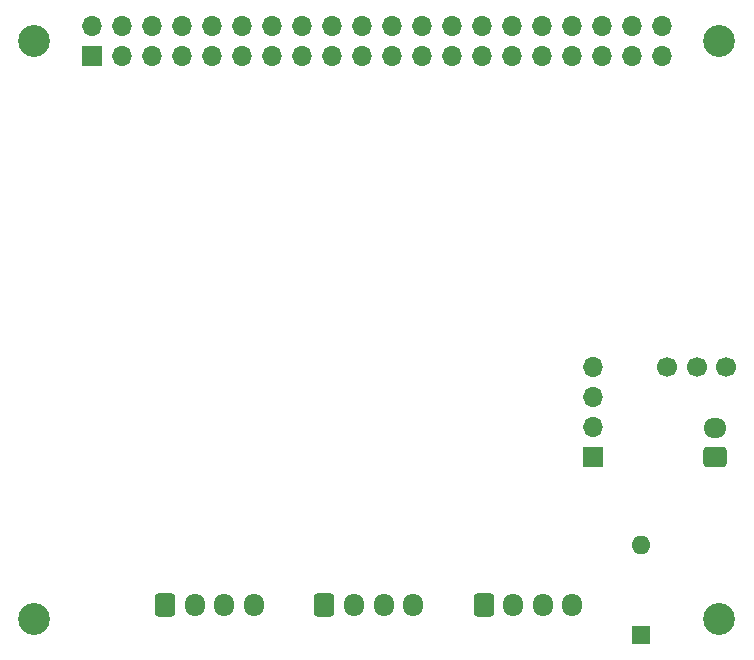
<source format=gbs>
%TF.GenerationSoftware,KiCad,Pcbnew,7.0.9*%
%TF.CreationDate,2024-12-01T07:09:43+09:00*%
%TF.ProjectId,raspi_comm_if_hat,72617370-695f-4636-9f6d-6d5f69665f68,rev?*%
%TF.SameCoordinates,PX5f5e100PY68e7780*%
%TF.FileFunction,Soldermask,Bot*%
%TF.FilePolarity,Negative*%
%FSLAX46Y46*%
G04 Gerber Fmt 4.6, Leading zero omitted, Abs format (unit mm)*
G04 Created by KiCad (PCBNEW 7.0.9) date 2024-12-01 07:09:43*
%MOMM*%
%LPD*%
G01*
G04 APERTURE LIST*
G04 Aperture macros list*
%AMRoundRect*
0 Rectangle with rounded corners*
0 $1 Rounding radius*
0 $2 $3 $4 $5 $6 $7 $8 $9 X,Y pos of 4 corners*
0 Add a 4 corners polygon primitive as box body*
4,1,4,$2,$3,$4,$5,$6,$7,$8,$9,$2,$3,0*
0 Add four circle primitives for the rounded corners*
1,1,$1+$1,$2,$3*
1,1,$1+$1,$4,$5*
1,1,$1+$1,$6,$7*
1,1,$1+$1,$8,$9*
0 Add four rect primitives between the rounded corners*
20,1,$1+$1,$2,$3,$4,$5,0*
20,1,$1+$1,$4,$5,$6,$7,0*
20,1,$1+$1,$6,$7,$8,$9,0*
20,1,$1+$1,$8,$9,$2,$3,0*%
G04 Aperture macros list end*
%ADD10R,1.600000X1.600000*%
%ADD11O,1.600000X1.600000*%
%ADD12RoundRect,0.250000X-0.600000X-0.725000X0.600000X-0.725000X0.600000X0.725000X-0.600000X0.725000X0*%
%ADD13O,1.700000X1.950000*%
%ADD14C,2.700000*%
%ADD15C,1.700000*%
%ADD16RoundRect,0.250000X0.725000X-0.600000X0.725000X0.600000X-0.725000X0.600000X-0.725000X-0.600000X0*%
%ADD17O,1.950000X1.700000*%
%ADD18R,1.700000X1.700000*%
%ADD19O,1.700000X1.700000*%
G04 APERTURE END LIST*
D10*
%TO.C,SW1*%
X54900000Y2200000D03*
D11*
X54900000Y9820000D03*
%TD*%
D12*
%TO.C,J6*%
X28100000Y4700000D03*
D13*
X30600000Y4700000D03*
X33100000Y4700000D03*
X35600000Y4700000D03*
%TD*%
D14*
%TO.C,H4*%
X61500000Y3500000D03*
%TD*%
%TO.C,H2*%
X61500000Y52500000D03*
%TD*%
D15*
%TO.C,Y1*%
X62100000Y24900000D03*
X59600000Y24900000D03*
X57100000Y24900000D03*
%TD*%
D16*
%TO.C,J4*%
X61200000Y17250000D03*
D17*
X61200000Y19750000D03*
%TD*%
D12*
%TO.C,J1*%
X41600000Y4700000D03*
D13*
X44100000Y4700000D03*
X46600000Y4700000D03*
X49100000Y4700000D03*
%TD*%
D12*
%TO.C,J3*%
X14600000Y4700000D03*
D13*
X17100000Y4700000D03*
X19600000Y4700000D03*
X22100000Y4700000D03*
%TD*%
D14*
%TO.C,H1*%
X3500000Y52500000D03*
%TD*%
D18*
%TO.C,J5*%
X50850000Y17250000D03*
D19*
X50850000Y19790000D03*
X50850000Y22330000D03*
X50850000Y24870000D03*
%TD*%
D14*
%TO.C,H3*%
X3500000Y3500000D03*
%TD*%
D18*
%TO.C,J2*%
X8400000Y51210000D03*
D19*
X8400000Y53750000D03*
X10940000Y51210000D03*
X10940000Y53750000D03*
X13480000Y51210000D03*
X13480000Y53750000D03*
X16020000Y51210000D03*
X16020000Y53750000D03*
X18560000Y51210000D03*
X18560000Y53750000D03*
X21100000Y51210000D03*
X21100000Y53750000D03*
X23640000Y51210000D03*
X23640000Y53750000D03*
X26180000Y51210000D03*
X26180000Y53750000D03*
X28720000Y51210000D03*
X28720000Y53750000D03*
X31260000Y51210000D03*
X31260000Y53750000D03*
X33800000Y51210000D03*
X33800000Y53750000D03*
X36340000Y51210000D03*
X36340000Y53750000D03*
X38880000Y51210000D03*
X38880000Y53750000D03*
X41420000Y51210000D03*
X41420000Y53750000D03*
X43960000Y51210000D03*
X43960000Y53750000D03*
X46500000Y51210000D03*
X46500000Y53750000D03*
X49040000Y51210000D03*
X49040000Y53750000D03*
X51580000Y51210000D03*
X51580000Y53750000D03*
X54120000Y51210000D03*
X54120000Y53750000D03*
X56660000Y51210000D03*
X56660000Y53750000D03*
%TD*%
M02*

</source>
